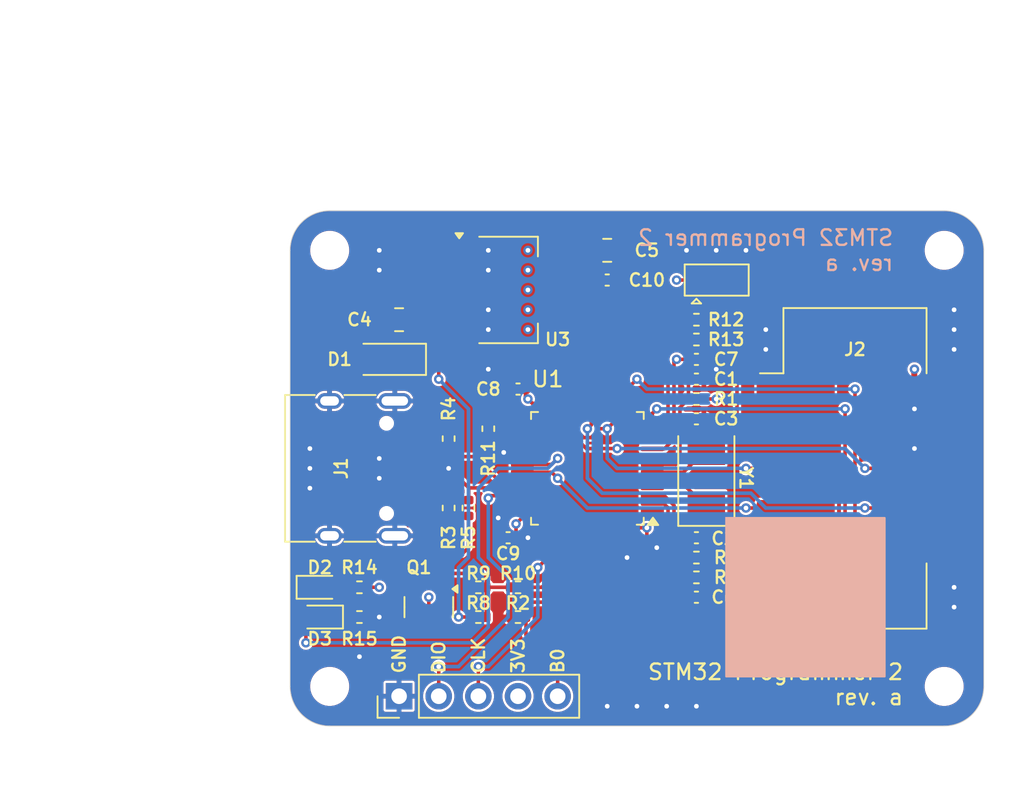
<source format=kicad_pcb>
(kicad_pcb (version 20241229) (generator "pcbnew") (generator_version "9.0")
  (title_block (title "${TITLE}") (rev "${REVISION}") (company "${COMPANY}") (comment 1 "${URL}") (comment 2 "${AUTHOR}") (comment 3 "${AUTHOR_EMAIL}"))
  (layers (0 "F.Cu" signal) (4 "In1.Cu" signal) (6 "In2.Cu" signal) (2 "B.Cu" signal) (13 "F.Paste" user) (15 "B.Paste" user) (5 "F.SilkS" user "F.Silkscreen") (7 "B.SilkS" user "B.Silkscreen") (1 "F.Mask" user) (3 "B.Mask" user) (25 "Edge.Cuts" user))
  (property "AUTHOR" "Lars Boegild Thomsen")
  (property "AUTHOR_EMAIL" "lth@stm32world.com")
  (property "COMPANY" "STM32World")
  (property "REVISION" "a")
  (property "TITLE" "STM32 Programmer 2")
  (property "URL" "https://stm32world.com/wiki/DIY_STM32_Programmer_(ST-Link/V2-1)")
  (net 0 "")
  (net 1 "GND")
  (net 2 "+5V")
  (net 3 "+3V3")
  (net 4 "VBUS")
  (net 5 "D-")
  (net 6 "D+")
  (net 7 "LED")
  (net 8 "T_DIO")
  (net 9 "T_CLK")
  (net 10 "CLK")
  (net 11 "T_RX")
  (net 12 "T_TX")
  (net 13 "T_RST")
  (net 14 "T_SWO")
  (net 15 "T_PWR")
  (net 16 "DIO")
  (net 17 "B0")
  (net 18 "RENUM")
  (net 19 "Net-(U1-NRST)")
  (net 20 "Net-(U1-PD0)")
  (net 21 "Net-(U1-PD1)")
  (net 22 "Net-(D2-A)")
  (net 23 "Net-(D3-K)")
  (net 24 "Net-(JP1-C)")
  (net 25 "Net-(Q1-E)")
  (net 26 "Net-(Q1-B)")
  (net 27 "Net-(J1-CC1)")
  (net 28 "Net-(J1-CC2)")
  (net 31 "Net-(U1-PC13)")
  (net 32 "Net-(U1-PC14)")
  (net 33 "Net-(U1-PB12)")
  (net 34 "Net-(U1-PA0)")
  (footprint "Capacitor_SMD:C_0805_2012Metric" (layer "F.Cu") (at 108.585 79.375 180)
    (property "Reference" "C4")
    (property "Value" "10uF")
  )
  (footprint "Capacitor_SMD:C_0805_2012Metric" (layer "F.Cu") (at 121.92 74.93)
    (property "Reference" "C5")
    (property "Value" "10uF" (hide yes))
  )
  (footprint "Resistor_SMD:R_0402_1005Metric" (layer "F.Cu") (at 113.03 91.44 -90)
    (property "Reference" "R5")
    (property "Value" "1K5")
  )
  (footprint "Capacitor_SMD:C_0402_1005Metric" (layer "F.Cu") (at 127.635 97.155)
    (property "Reference" "C6")
    (property "Value" "100nF")
  )
  (footprint "Capacitor_SMD:C_0402_1005Metric" (layer "F.Cu") (at 127.635 81.915)
    (property "Reference" "C7")
    (property "Value" "100nF")
  )
  (footprint "Capacitor_SMD:C_0402_1005Metric" (layer "F.Cu") (at 116.205 83.82 180)
    (property "Reference" "C8")
    (property "Value" "100nF")
  )
  (footprint "Capacitor_SMD:C_0402_1005Metric" (layer "F.Cu") (at 115.57 93.345 180)
    (property "Reference" "C9")
    (property "Value" "100nF")
  )
  (footprint "st-link:IDC-Header_2x05_P2.54mm_Vertical_SMD" (layer "F.Cu") (at 137.795 88.9 -90)
    (property "Reference" "J2")
    (property "Value" "IDC 2x5")
  )
  (footprint "Capacitor_SMD:C_0402_1005Metric" (layer "F.Cu") (at 127.635 93.345)
    (property "Reference" "C2")
    (property "Value" "20pF")
  )
  (footprint "Capacitor_SMD:C_0402_1005Metric" (layer "F.Cu") (at 127.635 85.725)
    (property "Reference" "C3")
    (property "Value" "20pF")
  )
  (footprint "LED_SMD:LED_0603_1608Metric" (layer "F.Cu") (at 103.505 96.52)
    (property "Reference" "D2")
    (property "Value" "BLUE")
  )
  (footprint "LED_SMD:LED_0603_1608Metric" (layer "F.Cu") (at 103.505 98.425 180)
    (property "Reference" "D3")
    (property "Value" "RED")
  )
  (footprint "Resistor_SMD:R_0402_1005Metric" (layer "F.Cu") (at 106.045 96.52)
    (property "Reference" "R14")
    (property "Value" "220R")
  )
  (footprint "Diode_SMD:D_SOD-123" (layer "F.Cu") (at 107.95 81.915 180)
    (property "Reference" "D1")
    (property "Value" "B5819W")
  )
  (footprint "st-link:LQFP-48_7x7mm_P0.5mm" (layer "F.Cu") (at 120.65 88.9 90)
    (property "Reference" "U1")
    (property "Value" "STM32F103CB")
  )
  (footprint "Capacitor_SMD:C_0402_1005Metric" (layer "F.Cu") (at 127.635 83.185)
    (property "Reference" "C1")
    (property "Value" "100nF")
  )
  (footprint "Resistor_SMD:R_0402_1005Metric" (layer "F.Cu") (at 127.635 84.455)
    (property "Reference" "R1")
    (property "Value" "100k")
  )
  (footprint "Resistor_SMD:R_0402_1005Metric" (layer "F.Cu") (at 116.205 98.425)
    (property "Reference" "R2")
    (property "Value" "100k")
  )
  (footprint "Resistor_SMD:R_0402_1005Metric" (layer "F.Cu") (at 114.3 86.36 -90)
    (property "Reference" "R11")
    (property "Value" "100R")
  )
  (footprint "st-link:SOT-23" (layer "F.Cu") (at 110.49 97.79 90)
    (property "Reference" "Q1")
    (property "Value" "S9013")
  )
  (footprint "Resistor_SMD:R_0402_1005Metric" (layer "F.Cu") (at 113.665 98.425 180)
    (property "Reference" "R8")
    (property "Value" "10k")
  )
  (footprint "Resistor_SMD:R_0402_1005Metric" (layer "F.Cu") (at 113.665 96.52)
    (property "Reference" "R9")
    (property "Value" "39k")
  )
  (footprint "Resistor_SMD:R_0402_1005Metric" (layer "F.Cu") (at 127.635 95.885 180)
    (property "Reference" "R6")
    (property "Value" "10k")
  )
  (footprint "Resistor_SMD:R_0402_1005Metric" (layer "F.Cu") (at 127.635 94.615 180)
    (property "Reference" "R7")
    (property "Value" "DNP")
  )
  (footprint "Resistor_SMD:R_0402_1005Metric" (layer "F.Cu") (at 127.635 79.375)
    (property "Reference" "R12")
    (property "Value" "4k7")
  )
  (footprint "Resistor_SMD:R_0402_1005Metric" (layer "F.Cu") (at 116.205 96.52 180)
    (property "Reference" "R10")
    (property "Value" "100R")
  )
  (footprint "st-link:Crystal_SMD_5032-2Pin_5.0x3.2mm" (layer "F.Cu") (at 128.27 89.535 90)
    (property "Reference" "Y1")
    (property "Value" "8MHz")
  )
  (footprint "Resistor_SMD:R_0402_1005Metric" (layer "F.Cu") (at 106.045 98.425 180)
    (property "Reference" "R15")
    (property "Value" "220R")
  )
  (footprint "Jumper:SolderJumper-3_P1.3mm_Bridged12_Pad1.0x1.5mm" (layer "F.Cu") (at 128.935 76.835)
    (property "Reference" "JP1" (hide yes))
    (property "Value" "SolderJumper3")
  )
  (footprint "Resistor_SMD:R_0402_1005Metric" (layer "F.Cu") (at 127.635 80.645 180)
    (property "Reference" "R13")
    (property "Value" "4k7")
  )
  (footprint "Connector_PinHeader_2.54mm:PinHeader_1x05_P2.54mm_Vertical" (layer "F.Cu") (at 108.585 103.5 90)
    (property "Reference" "J3" (hide yes))
    (property "Value" "Conn_01x05")
  )
  (footprint "Resistor_SMD:R_0402_1005Metric" (layer "F.Cu") (at 111.76 91.44 90)
    (property "Reference" "R3")
    (property "Value" "5k1")
  )
  (footprint "st-link:BOARD" (layer "F.Cu") (at 123.825 88.9)
    (property "Reference" "B1" (hide yes))
    (property "Value" "~" (hide yes))
    (fp_line (start -22.225 -13.97) (end -22.225 13.97) (stroke (width 0.05)) (layer "Edge.Cuts"))
    (fp_line (start 19.685 -16.51) (end -19.685 -16.51) (stroke (width 0.05)) (layer "Edge.Cuts"))
    (fp_line (start 19.685 16.51) (end -19.685 16.51) (stroke (width 0.05)) (layer "Edge.Cuts"))
    (fp_line (start 22.225 -13.97) (end 22.225 13.97) (stroke (width 0.05)) (layer "Edge.Cuts"))
    (fp_arc (start -22.225 -13.97) (mid -21.481051 -15.766051) (end -19.685 -16.51) (stroke (width 0.05)) (layer "Edge.Cuts"))
    (fp_arc (start -19.685 16.51) (mid -21.481051 15.766051) (end -22.225 13.97) (stroke (width 0.05)) (layer "Edge.Cuts"))
    (fp_arc (start 19.685 -16.51) (mid 21.481051 -15.766051) (end 22.225 -13.97) (stroke (width 0.05)) (layer "Edge.Cuts"))
    (fp_arc (start 22.225 13.97) (mid 21.481051 15.766051) (end 19.685 16.51) (stroke (width 0.05)) (layer "Edge.Cuts"))
  )
  (footprint "st-link:USB_C_Receptacle_HRO_TYPE-C-31-M-12" (layer "F.Cu") (at 106.68 88.9 -90)
    (property "Reference" "J1")
    (property "Value" "USB_C_Receptacle_USB2.0-Connector")
  )
  (footprint "Capacitor_SMD:C_0402_1005Metric" (layer "F.Cu") (at 121.92 76.835)
    (property "Reference" "C10")
    (property "Value" "100nF")
  )
  (footprint "Resistor_SMD:R_0402_1005Metric" (layer "F.Cu") (at 111.76 86.995 -90)
    (property "Reference" "R4")
    (property "Value" "5k1")
  )
  (footprint "st-link:SOT-223-3_TabPin2" (layer "F.Cu") (at 115.57 77.47 180)
    (property "Reference" "U3")
    (property "Value" "AMS1117-3.3")
  )
  (gr_rect (start 129.54 92.075) (end 139.7 102.235) (stroke (width 0.12)) (fill yes) (layer "B.SilkS"))
  (gr_text "CLK" (at 113.665 102.108 90) (layer "F.SilkS") (effects (font (size 0.8 0.8)) (justify left)))
  (gr_text "DIO" (at 111.125 102.108 90) (layer "F.SilkS") (effects (font (size 0.8 0.8)) (justify left)))
  (gr_text "${TITLE}\nrev. ${REVISION}" (at 140.97 104.14 0) (layer "F.SilkS") (effects (font (size 1 1)) (justify right bottom)))
  (gr_text "B0" (at 118.745 102.108 90) (layer "F.SilkS") (effects (font (size 0.8 0.8)) (justify left)))
  (gr_text "GND" (at 108.585 102.12 90) (layer "F.SilkS") (effects (font (size 0.8 0.8)) (justify left)))
  (gr_text "3V3" (at 116.205 102.108 90) (layer "F.SilkS") (effects (font (size 0.8 0.8)) (justify left)))
  (gr_text "${TITLE}\nrev. ${REVISION}" (at 140.335 74.93 0) (layer "B.SilkS") (effects (font (size 1 1)) (justify left mirror)))
  (segment (start 106.555 98.425) (end 107.315 98.425) (width 0.2286) (layer "F.Cu") (net 1))
  (via (at 107.315 76.2) (size 0.6) (drill 0.3) (layers "F.Cu" "B.Cu") (net 1))
  (via (at 144.145 80.01) (size 0.6) (drill 0.3) (layers "F.Cu" "B.Cu") (net 1))
  (via (at 107.315 98.425) (size 0.6) (drill 0.3) (layers "F.Cu" "B.Cu") (net 1))
  (via (at 114.3 80.01) (size 0.6) (drill 0.3) (layers "F.Cu" "B.Cu") (net 1))
  (via (at 102.87 88.9) (size 0.6) (drill 0.3) (layers "F.Cu" "B.Cu") (net 1))
  (via (at 128.905 74.93) (size 0.6) (drill 0.3) (layers "F.Cu" "B.Cu") (net 1))
  (via (at 144.145 97.79) (size 0.6) (drill 0.3) (layers "F.Cu" "B.Cu") (net 1))
  (via (at 128.905 82.55) (size 0.6) (drill 0.3) (layers "F.Cu" "B.Cu") (net 1))
  (via (at 125.095 93.98) (size 0.6) (drill 0.3) (layers "F.Cu" "B.Cu") (net 1))
  (via (at 123.825 104.14) (size 0.6) (drill 0.3) (layers "F.Cu" "B.Cu") (net 1))
  (via (at 107.315 74.93) (size 0.6) (drill 0.3) (layers "F.Cu" "B.Cu") (net 1))
  (via (at 114.935 92.075) (size 0.6) (drill 0.3) (layers "F.Cu" "B.Cu") (net 1))
  (via (at 116.84 93.345) (size 0.6) (drill 0.3) (layers "F.Cu" "B.Cu") (net 1))
  (via (at 127 74.93) (size 0.6) (drill 0.3) (layers "F.Cu" "B.Cu") (net 1))
  (via (at 121.92 104.14) (size 0.6) (drill 0.3) (layers "F.Cu" "B.Cu") (net 1))
  (via (at 114.3 76.2) (size 0.6) (drill 0.3) (layers "F.Cu" "B.Cu") (net 1))
  (via (at 141.605 85.09) (size 0.6) (drill 0.3) (layers "F.Cu" "B.Cu") (net 1))
  (via (at 144.145 81.28) (size 0.6) (drill 0.3) (layers "F.Cu" "B.Cu") (net 1))
  (via (at 106.045 100.965) (size 0.6) (drill 0.3) (layers "F.Cu" "B.Cu") (net 1))
  (via (at 130.81 74.93) (size 0.6) (drill 0.3) (layers "F.Cu" "B.Cu") (net 1))
  (via (at 107.315 89.535) (size 0.6) (drill 0.3) (layers "F.Cu" "B.Cu") (net 1))
  (via (at 125.73 104.14) (size 0.6) (drill 0.3) (layers "F.Cu" "B.Cu") (net 1))
  (via (at 102.87 90.17) (size 0.6) (drill 0.3) (layers "F.Cu" "B.Cu") (net 1))
  (via (at 123.19 94.615) (size 0.6) (drill 0.3) (layers "F.Cu" "B.Cu") (net 1))
  (via (at 132.08 81.28) (size 0.6) (drill 0.3) (layers "F.Cu" "B.Cu") (net 1))
  (via (at 127.635 104.14) (size 0.6) (drill 0.3) (layers "F.Cu" "B.Cu") (net 1))
  (via (at 115.29 87.88) (size 0.6) (drill 0.3) (layers "F.Cu" "B.Cu") (net 1))
  (via (at 111.76 88.9) (size 0.6) (drill 0.3) (layers "F.Cu" "B.Cu") (net 1))
  (via (at 144.145 96.52) (size 0.6) (drill 0.3) (layers "F.Cu" "B.Cu") (net 1))
  (via (at 114.3 78.74) (size 0.6) (drill 0.3) (layers "F.Cu" "B.Cu") (net 1))
  (via (at 132.08 80.01) (size 0.6) (drill 0.3) (layers "F.Cu" "B.Cu") (net 1))
  (via (at 102.87 87.63) (size 0.6) (drill 0.3) (layers "F.Cu" "B.Cu") (net 1))
  (via (at 107.315 88.265) (size 0.6) (drill 0.3) (layers "F.Cu" "B.Cu") (net 1))
  (via (at 141.605 87.63) (size 0.6) (drill 0.3) (layers "F.Cu" "B.Cu") (net 1))
  (via (at 144.145 78.74) (size 0.6) (drill 0.3) (layers "F.Cu" "B.Cu") (net 1))
  (via (at 114.3 74.93) (size 0.6) (drill 0.3) (layers "F.Cu" "B.Cu") (net 1))
  (via (at 114.3 82.55) (size 0.6) (drill 0.3) (layers "F.Cu" "B.Cu") (net 1))
  (segment (start 113.155 98.425) (end 112.395 98.425) (width 0.2286) (layer "F.Cu") (net 2))
  (segment (start 111.125 81.915) (end 111.76 81.915) (width 0.381) (layer "F.Cu") (net 2))
  (segment (start 112.42 81.255) (end 112.42 79.77) (width 0.381) (layer "F.Cu") (net 2))
  (segment (start 133.995 83.82) (end 133.995 75.575) (width 0.381) (layer "F.Cu") (net 2))
  (segment (start 109.535 73.98) (end 109.535 79.375) (width 0.381) (layer "F.Cu") (net 2))
  (segment (start 111.125 79.375) (end 109.535 79.375) (width 0.381) (layer "F.Cu") (net 2))
  (segment (start 110.49 73.025) (end 109.535 73.98) (width 0.381) (layer "F.Cu") (net 2))
  (segment (start 131.445 73.025) (end 110.49 73.025) (width 0.381) (layer "F.Cu") (net 2))
  (segment (start 112.42 79.77) (end 111.52 79.77) (width 0.381) (layer "F.Cu") (net 2))
  (segment (start 109.6 81.915) (end 111.125 81.915) (width 0.381) (layer "F.Cu") (net 2))
  (segment (start 133.995 75.575) (end 131.445 73.025) (width 0.381) (layer "F.Cu") (net 2))
  (segment (start 111.52 79.77) (end 111.125 79.375) (width 0.381) (layer "F.Cu") (net 2))
  (segment (start 111.76 81.915) (end 112.42 81.255) (width 0.381) (layer "F.Cu") (net 2))
  (segment (start 111.125 83.185) (end 111.125 81.915) (width 0.2286) (layer "F.Cu") (net 2))
  (via (at 111.125 83.185) (size 0.6) (drill 0.3) (layers "F.Cu" "B.Cu") (net 2))
  (via (at 112.395 98.425) (size 0.6) (drill 0.3) (layers "F.Cu" "B.Cu") (net 2))
  (segment (start 113.03 94.615) (end 112.395 95.25) (width 0.2286) (layer "B.Cu") (net 2))
  (segment (start 112.395 95.25) (end 112.395 98.425) (width 0.2286) (layer "B.Cu") (net 2))
  (segment (start 113.03 94.615) (end 113.03 85.09) (width 0.2286) (layer "B.Cu") (net 2))
  (segment (start 113.03 85.09) (end 111.125 83.185) (width 0.2286) (layer "B.Cu") (net 2))
  (segment (start 124.46 94.46) (end 124.46 92.71) (width 0.2286) (layer "F.Cu") (net 3))
  (segment (start 116.4875 92.0465) (end 116.078 92.456) (width 0.2286) (layer "F.Cu") (net 3))
  (segment (start 124.8125 91.65) (end 124.8125 92.3575) (width 0.2286) (layer "F.Cu") (net 3))
  (segment (start 124.8125 92.3575) (end 124.46 92.71) (width 0.2286) (layer "F.Cu") (net 3))
  (segment (start 123.7525 92.71) (end 123.4 93.0625) (width 0.2286) (layer "F.Cu") (net 3))
  (segment (start 128.145 84.455) (end 128.905 84.455) (width 0.2286) (layer "F.Cu") (net 3))
  (segment (start 116.078 92.456) (end 116.078 93.317) (width 0.2286) (layer "F.Cu") (net 3))
  (segment (start 127.635 76.835) (end 126.365 76.835) (width 0.2286) (layer "F.Cu") (net 3))
  (segment (start 127.155 81.915) (end 126.365 81.915) (width 0.2286) (layer "F.Cu") (net 3))
  (segment (start 126.1987 82.0813) (end 126.365 81.915) (width 0.2286) (layer "F.Cu") (net 3))
  (segment (start 126.1987 87.026845) (end 126.1987 82.0813) (width 0.2286) (layer "F.Cu") (net 3))
  (segment (start 110.49 98.7275) (end 110.49 97.155) (width 0.2286) (layer "F.Cu") (net 3))
  (segment (start 127.155 97.155) (end 124.46 94.46) (width 0.2286) (layer "F.Cu") (net 3))
  (segment (start 124.8125 87.65) (end 125.575545 87.65) (width 0.2286) (layer "F.Cu") (net 3))
  (segment (start 117.9 84.7375) (end 117.1225 84.7375) (width 0.2286) (layer "F.Cu") (net 3))
  (segment (start 141.595 83.82) (end 141.595 82.56) (width 0.381) (layer "F.Cu") (net 3))
  (segment (start 116.078 93.317) (end 116.05 93.345) (width 0.2286) (layer "F.Cu") (net 3))
  (segment (start 125.575545 87.65) (end 126.1987 87.026845) (width 0.2286) (layer "F.Cu") (net 3))
  (segment (start 116.685 83.82) (end 116.685 84.3) (width 0.2286) (layer "F.Cu") (net 3))
  (segment (start 112.42 77.47) (end 116.84 77.47) (width 0.381) (layer "F.Cu") (net 3))
  (segment (start 124.46 92.71) (end 123.7525 92.71) (width 0.2286) (layer "F.Cu") (net 3))
  (segment (start 106.555 96.52) (end 107.315 96.52) (width 0.2286) (layer "F.Cu") (net 3))
  (segment (start 117.1225 84.7375) (end 116.84 84.455) (width 0.2286) (layer "F.Cu") (net 3))
  (segment (start 141.595 82.56) (end 141.605 82.55) (width 0.381) (layer "F.Cu") (net 3))
  (segment (start 116.685 84.3) (end 116.84 84.455) (width 0.2286) (layer "F.Cu") (net 3))
  (segment (start 116.4875 91.65) (end 116.4875 92.0465) (width 0.2286) (layer "F.Cu") (net 3))
  (via (at 126.365 81.915) (size 0.6) (drill 0.3) (layers "F.Cu" "B.Cu") (net 3))
  (via (at 128.905 84.455) (size 0.6) (drill 0.3) (layers "F.Cu" "B.Cu") (net 3))
  (via (at 116.84 77.47) (size 0.6) (drill 0.3) (layers "F.Cu" "B.Cu") (net 3))
  (via (at 124.46 92.71) (size 0.6) (drill 0.3) (layers "F.Cu" "B.Cu") (net 3))
  (via (at 116.84 84.455) (size 0.6) (drill 0.3) (layers "F.Cu" "B.Cu") (net 3))
  (via (at 116.84 78.74) (size 0.6) (drill 0.3) (layers "F.Cu" "B.Cu") (net 3))
  (via (at 116.078 92.456) (size 0.6) (drill 0.3) (layers "F.Cu" "B.Cu") (net 3))
  (via (at 116.84 74.93) (size 0.6) (drill 0.3) (layers "F.Cu" "B.Cu") (net 3))
  (via (at 107.315 96.52) (size 0.6) (drill 0.3) (layers "F.Cu" "B.Cu") (net 3))
  (via (at 126.365 76.835) (size 0.6) (drill 0.3) (layers "F.Cu" "B.Cu") (net 3))
  (via (at 141.605 82.55) (size 0.6) (drill 0.3) (layers "F.Cu" "B.Cu") (net 3))
  (via (at 116.84 76.2) (size 0.6) (drill 0.3) (layers "F.Cu" "B.Cu") (net 3))
  (via (at 110.49 97.155) (size 0.6) (drill 0.3) (layers "F.Cu" "B.Cu") (net 3))
  (via (at 116.84 80.01) (size 0.6) (drill 0.3) (layers "F.Cu" "B.Cu") (net 3))
  (segment (start 106.045 84.455) (end 106.3 84.2) (width 0.381) (layer "F.Cu") (net 4))
  (segment (start 109.225 91.35) (end 108.285967 91.35) (width 0.381) (layer "F.Cu") (net 4))
  (segment (start 108.285967 91.35) (end 107.740967 90.805) (width 0.381) (layer "F.Cu") (net 4))
  (segment (start 106.68 90.805) (end 106.045 90.17) (width 0.381) (layer "F.Cu") (net 4))
  (segment (start 109.455 86.45) (end 108.5922 86.45) (width 0.381) (layer "F.Cu") (net 4))
  (segment (start 106.045 86.995) (end 106.045 84.455) (width 0.381) (layer "F.Cu") (net 4))
  (segment (start 109.225 86.45) (end 108.285967 86.45) (width 0.381) (layer "F.Cu") (net 4))
  (segment (start 106.3 84.2) (end 106.3 81.915) (width 0.381) (layer "F.Cu") (net 4))
  (segment (start 106.045 90.17) (end 106.045 86.995) (width 0.381) (layer "F.Cu") (net 4))
  (segment (start 108.285967 86.45) (end 107.740967 86.995) (width 0.381) (layer "F.Cu") (net 4))
  (segment (start 107.740967 90.805) (end 106.68 90.805) (width 0.381) (layer "F.Cu") (net 4))
  (segment (start 107.740967 86.995) (end 106.045 86.995) (width 0.381) (layer "F.Cu") (net 4))
  (segment (start 114.935 89.65) (end 116.4875 89.65) (width 0.2286) (layer "F.Cu") (net 5))
  (segment (start 110.4477 89.0677) (end 110.4477 88.1891) (width 0.2286) (layer "F.Cu") (net 5))
  (segment (start 110.4086 88.15) (end 109.455 88.15) (width 0.2286) (layer "F.Cu") (net 5))
  (segment (start 110.3654 89.15) (end 110.4477 89.0677) (width 0.2286) (layer "F.Cu") (net 5))
  (segment (start 109.455 88.15) (end 113.435 88.15) (width 0.2286) (layer "F.Cu") (net 5))
  (segment (start 113.435 88.15) (end 114.935 89.65) (width 0.2286) (layer "F.Cu") (net 5))
  (segment (start 109.455 89.15) (end 110.3654 89.15) (width 0.2286) (layer "F.Cu") (net 5))
  (segment (start 110.4477 88.1891) (end 110.4086 88.15) (width 0.2286) (layer "F.Cu") (net 5))
  (segment (start 108.3146 89.65) (end 109.225 89.65) (width 0.2286) (layer "F.Cu") (net 6))
  (segment (start 108.5014 88.65) (end 109.455 88.65) (width 0.2286) (layer "F.Cu") (net 6))
  (segment (start 108.5014 89.65) (end 108.4623 89.6109) (width 0.2286) (layer "F.Cu") (net 6))
  (segment (start 108.2323 89.5677) (end 108.3146 89.65) (width 0.2286) (layer "F.Cu") (net 6))
  (segment (start 108.2323 88.6891) (end 108.2323 89.5677) (width 0.2286) (layer "F.Cu") (net 6))
  (segment (start 109.455 89.65) (end 108.5014 89.65) (width 0.2286) (layer "F.Cu") (net 6))
  (segment (start 113.05 90.15) (end 113.05 90.91) (width 0.2286) (layer "F.Cu") (net 6))
  (segment (start 109.225 88.65) (end 108.2714 88.65) (width 0.2286) (layer "F.Cu") (net 6))
  (segment (start 113.05 90.15) (end 112.55 89.65) (width 0.2286) (layer "F.Cu") (net 6))
  (segment (start 108.2714 88.65) (end 108.2323 88.6891) (width 0.2286) (layer "F.Cu") (net 6))
  (segment (start 112.55 89.65) (end 109.455 89.65) (width 0.2286) (layer "F.Cu") (net 6))
  (segment (start 108.4623 88.6891) (end 108.5014 88.65) (width 0.2286) (layer "F.Cu") (net 6))
  (segment (start 116.4875 90.15) (end 113.05 90.15) (width 0.2286) (layer "F.Cu") (net 6))
  (segment (start 109.455 89.65) (end 108.7 89.65) (width 0.2286) (layer "F.Cu") (net 6))
  (segment (start 102.7175 98.425) (end 102.7175 96.52) (width 0.2286) (layer "F.Cu") (net 7))
  (segment (start 118.745 88.265) (end 118.36 88.65) (width 0.2286) (layer "F.Cu") (net 7))
  (segment (start 118.36 88.65) (end 116.4875 88.65) (width 0.2286) (layer "F.Cu") (net 7))
  (segment (start 102.616 100.076) (end 102.616 98.5265) (width 0.2286) (layer "F.Cu") (net 7))
  (segment (start 102.616 98.5265) (end 102.7175 98.425) (width 0.2286) (layer "F.Cu") (net 7))
  (via (at 102.616 100.076) (size 0.6) (drill 0.3) (layers "F.Cu" "B.Cu") (net 7))
  (via (at 118.745 88.265) (size 0.6) (drill 0.3) (layers "F.Cu" "B.Cu") (net 7))
  (segment (start 113.665 94.615) (end 114.3 95.25) (width 0.2286) (layer "B.Cu") (net 7))
  (segment (start 113.665 90.17) (end 113.665 94.615) (width 0.2286) (layer "B.Cu") (net 7))
  (segment (start 118.745 88.265) (end 118.11 88.9) (width 0.2286) (layer "B.Cu") (net 7))
  (segment (start 113.284 100.076) (end 102.616 100.076) (width 0.2286) (layer "B.Cu") (net 7))
  (segment (start 114.3 99.06) (end 113.284 100.076) (width 0.2286) (layer "B.Cu") (net 7))
  (segment (start 114.3 95.25) (end 114.3 99.06) (width 0.2286) (layer "B.Cu") (net 7))
  (segment (start 114.935 88.9) (end 113.665 90.17) (width 0.2286) (layer "B.Cu") (net 7))
  (segment (start 118.11 88.9) (end 114.935 88.9) (width 0.2286) (layer "B.Cu") (net 7))
  (segment (start 120.578335 87.63) (end 122.555 87.63) (width 0.2286) (layer "F.Cu") (net 8))
  (segment (start 138.43 88.9) (end 141.595 88.9) (width 0.2286) (layer "F.Cu") (net 8))
  (segment (start 115.19 87.15) (end 114.91 86.87) (width 0.2286) (layer "F.Cu") (net 8))
  (segment (start 116.4875 87.15) (end 120.098335 87.15) (width 0.2286) (layer "F.Cu") (net 8))
  (segment (start 120.098335 87.15) (end 120.578335 87.63) (width 0.2286) (layer "F.Cu") (net 8))
  (segment (start 114.91 86.87) (end 114.3 86.87) (width 0.2286) (layer "F.Cu") (net 8))
  (segment (start 116.4875 87.15) (end 115.19 87.15) (width 0.2286) (layer "F.Cu") (net 8))
  (via (at 138.43 88.9) (size 0.6) (drill 0.3) (layers "F.Cu" "B.Cu") (net 8))
  (via (at 122.555 87.63) (size 0.6) (drill 0.3) (layers "F.Cu" "B.Cu") (net 8))
  (segment (start 137.16 87.63) (end 138.43 88.9) (width 0.2286) (layer "B.Cu") (net 8))
  (segment (start 122.555 87.63) (end 137.16 87.63) (width 0.2286) (layer "B.Cu") (net 8))
  (segment (start 120.13715 86.65) (end 116.4875 86.65) (width 0.2286) (layer "F.Cu") (net 9))
  (segment (start 122.4 85.88) (end 122.4 84.7375) (width 0.2286) (layer "F.Cu") (net 9))
  (segment (start 120.88515 86.9277) (end 120.41485 86.9277) (width 0.2286) (layer "F.Cu") (net 9))
  (segment (start 120.41485 86.9277) (end 120.13715 86.65) (width 0.2286) (layer "F.Cu") (net 9))
  (segment (start 121.45285 86.36) (end 120.88515 86.9277) (width 0.2286) (layer "F.Cu") (net 9))
  (segment (start 121.92 86.36) (end 122.4 85.88) (width 0.2286) (layer "F.Cu") (net 9))
  (segment (start 133.995 88.9) (end 130.81 88.9) (width 0.2286) (layer "F.Cu") (net 9))
  (segment (start 121.92 86.36) (end 121.45285 86.36) (width 0.2286) (layer "F.Cu") (net 9))
  (via (at 121.92 86.36) (size 0.6) (drill 0.3) (layers "F.Cu" "B.Cu") (net 9))
  (via (at 130.81 88.9) (size 0.6) (drill 0.3) (layers "F.Cu" "B.Cu") (net 9))
  (segment (start 130.81 88.9) (end 122.555 88.9) (width 0.2286) (layer "B.Cu") (net 9))
  (segment (start 122.555 88.9) (end 121.92 88.265) (width 0.2286) (layer "B.Cu") (net 9))
  (segment (start 121.92 88.265) (end 121.92 86.36) (width 0.2286) (layer "B.Cu") (net 9))
  (segment (start 117.9 94.825) (end 117.475 95.25) (width 0.2286) (layer "F.Cu") (net 10))
  (segment (start 113.665 103.505) (end 113.665 101.6) (width 0.2286) (layer "F.Cu") (net 10))
  (segment (start 117.9 93.0625) (end 117.9 94.825) (width 0.2286) (layer "F.Cu") (net 10))
  (via (at 113.665 101.6) (size 0.6) (drill 0.3) (layers "F.Cu" "B.Cu") (net 10))
  (via (at 117.475 95.25) (size 0.6) (drill 0.3) (layers "F.Cu" "B.Cu") (net 10))
  (segment (start 114.3 101.6) (end 117.475 98.425) (width 0.2286) (layer "B.Cu") (net 10))
  (segment (start 117.475 95.25) (end 117.475 98.425) (width 0.2286) (layer "B.Cu") (net 10))
  (segment (start 113.665 101.6) (end 114.3 101.6) (width 0.2286) (layer "B.Cu") (net 10))
  (segment (start 123.4 84.7375) (end 123.4 83.61) (width 0.2286) (layer "F.Cu") (net 11))
  (segment (start 123.4 83.61) (end 123.825 83.185) (width 0.2286) (layer "F.Cu") (net 11))
  (segment (start 137.795 92.68) (end 137.795 83.82) (width 0.2286) (layer "F.Cu") (net 11))
  (segment (start 141.595 93.98) (end 139.095 93.98) (width 0.2286) (layer "F.Cu") (net 11))
  (segment (start 139.095 93.98) (end 137.795 92.68) (width 0.2286) (layer "F.Cu") (net 11))
  (via (at 137.795 83.82) (size 0.6) (drill 0.3) (layers "F.Cu" "B.Cu") (net 11))
  (via (at 123.825 83.185) (size 0.6) (drill 0.3) (layers "F.Cu" "B.Cu") (net 11))
  (segment (start 124.46 83.82) (end 123.825 83.185) (width 0.2286) (layer "B.Cu") (net 11))
  (segment (start 137.795 83.82) (end 124.46 83.82) (width 0.2286) (layer "B.Cu") (net 11))
  (segment (start 136.495 93.98) (end 137.16 93.315) (width 0.2286) (layer "F.Cu") (net 12))
  (segment (start 124.8125 86.15) (end 124.8125 85.3725) (width 0.2286) (layer "F.Cu") (net 12))
  (segment (start 124.8125 85.3725) (end 125.095 85.09) (width 0.2286) (layer "F.Cu") (net 12))
  (segment (start 137.16 93.315) (end 137.16 85.09) (width 0.2286) (layer "F.Cu") (net 12))
  (segment (start 133.995 93.98) (end 136.495 93.98) (width 0.2286) (layer "F.Cu") (net 12))
  (via (at 137.16 85.09) (size 0.6) (drill 0.3) (layers "F.Cu" "B.Cu") (net 12))
  (via (at 125.095 85.09) (size 0.6) (drill 0.3) (layers "F.Cu" "B.Cu") (net 12))
  (segment (start 137.16 85.09) (end 125.095 85.09) (width 0.2286) (layer "B.Cu") (net 12))
  (segment (start 120.9 86.11) (end 120.65 86.36) (width 0.2286) (layer "F.Cu") (net 13))
  (segment (start 120.9 84.7375) (end 120.9 86.11) (width 0.2286) (layer "F.Cu") (net 13))
  (segment (start 138.43 91.44) (end 141.595 91.44) (width 0.2286) (layer "F.Cu") (net 13))
  (via (at 138.43 91.44) (size 0.6) (drill 0.3) (layers "F.Cu" "B.Cu") (net 13))
  (via (at 120.65 86.36) (size 0.6) (drill 0.3) (layers "F.Cu" "B.Cu") (net 13))
  (segment (start 131.126793 90.488207) (end 132.078586 91.44) (width 0.2286) (layer "B.Cu") (net 13))
  (segment (start 120.65 89.535) (end 121.603207 90.488207) (width 0.2286) (layer "B.Cu") (net 13))
  (segment (start 120.65 86.36) (end 120.65 89.535) (width 0.2286) (layer "B.Cu") (net 13))
  (segment (start 121.603207 90.488207) (end 131.126793 90.488207) (width 0.2286) (layer "B.Cu") (net 13))
  (segment (start 132.078586 91.44) (end 138.43 91.44) (width 0.2286) (layer "B.Cu") (net 13))
  (segment (start 118.36 89.15) (end 118.745 89.535) (width 0.2286) (layer "F.Cu") (net 14))
  (segment (start 116.4875 89.15) (end 118.36 89.15) (width 0.2286) (layer "F.Cu") (net 14))
  (segment (start 130.81 91.44) (end 133.995 91.44) (width 0.2286) (layer "F.Cu") (net 14))
  (via (at 118.745 89.535) (size 0.6) (drill 0.3) (layers "F.Cu" "B.Cu") (net 14))
  (via (at 130.81 91.44) (size 0.6) (drill 0.3) (layers "F.Cu" "B.Cu") (net 14))
  (segment (start 120.65 91.44) (end 118.745 89.535) (width 0.2286) (layer "B.Cu") (net 14))
  (segment (start 130.81 91.44) (end 120.65 91.44) (width 0.2286) (layer "B.Cu") (net 14))
  (segment (start 130.235 85.785) (end 130.81 86.36) (width 0.2286) (layer "F.Cu") (net 15))
  (segment (start 130.81 86.36) (end 133.995 86.36) (width 0.2286) (layer "F.Cu") (net 15))
  (segment (start 130.235 76.835) (end 130.235 85.785) (width 0.2286) (layer "F.Cu") (net 15))
  (segment (start 111.125 101.6) (end 111.125 103.5) (width 0.2286) (layer "F.Cu") (net 16))
  (segment (start 114.455 90.65) (end 114.3 90.805) (width 0.2286) (layer "F.Cu") (net 16))
  (segment (start 116.4875 90.65) (end 114.455 90.65) (width 0.2286) (layer "F.Cu") (net 16))
  (via (at 111.125 101.6) (size 0.6) (drill 0.3) (layers "F.Cu" "B.Cu") (net 16))
  (via (at 114.3 90.805) (size 0.6) (drill 0.3) (layers "F.Cu" "B.Cu") (net 16))
  (segment (start 112.395 101.6) (end 115.57 98.425) (width 0.2286) (layer "B.Cu") (net 16))
  (segment (start 111.125 101.6) (end 112.395 101.6) (width 0.2286) (layer "B.Cu") (net 16))
  (segment (start 114.3 90.805) (end 114.3 94.615) (width 0.2286) (layer "B.Cu") (net 16))
  (segment (start 114.3 94.615) (end 115.57 95.885) (width 0.2286) (layer "B.Cu") (net 16))
  (segment (start 115.57 98.425) (end 115.57 95.885) (width 0.2286) (layer "B.Cu") (net 16))
  (segment (start 119.0625 97.4725) (end 121.4 95.135) (width 0.2286) (layer "F.Cu") (net 17))
  (segment (start 116.715 97.915) (end 117.1575 97.4725) (width 0.2286) (layer "F.Cu") (net 17))
  (segment (start 116.715 98.425) (end 116.715 99.57) (width 0.2286) (layer "F.Cu") (net 17))
  (segment (start 116.715 98.425) (end 116.715 97.915) (width 0.2286) (layer "F.Cu") (net 17))
  (segment (start 117.1575 97.4725) (end 119.0625 97.4725) (width 0.2286) (layer "F.Cu") (net 17))
  (segment (start 121.4 95.135) (end 121.4 93.0625) (width 0.2286) (layer "F.Cu") (net 17))
  (segment (start 116.715 99.57) (end 118.745 101.6) (width 0.2286) (layer "F.Cu") (net 17))
  (segment (start 118.745 101.6) (end 118.745 103.5) (width 0.2286) (layer "F.Cu") (net 17))
  (segment (start 118.4 95.849) (end 117.729 96.52) (width 0.2286) (layer "F.Cu") (net 18))
  (segment (start 118.4 93.0625) (end 118.4 95.849) (width 0.2286) (layer "F.Cu") (net 18))
  (segment (start 117.729 96.52) (end 116.715 96.52) (width 0.2286) (layer "F.Cu") (net 18))
  (segment (start 127.125 84.455) (end 127.125 83.215) (width 0.2286) (layer "F.Cu") (net 19))
  (segment (start 126.31 88.65) (end 126.5797 88.3803) (width 0.2286) (layer "F.Cu") (net 19))
  (segment (start 126.5797 88.3803) (end 126.5797 85.0003) (width 0.2286) (layer "F.Cu") (net 19))
  (segment (start 124.8125 88.65) (end 126.31 88.65) (width 0.2286) (layer "F.Cu") (net 19))
  (segment (start 126.5797 85.0003) (end 127.125 84.455) (width 0.2286) (layer "F.Cu") (net 19))
  (segment (start 128.27 92.075) (end 127.155 93.19) (width 0.2286) (layer "F.Cu") (net 20))
  (segment (start 126.535 89.65) (end 128.27 91.385) (width 0.2286) (layer "F.Cu") (net 20))
  (segment (start 124.8125 89.65) (end 126.535 89.65) (width 0.2286) (layer "F.Cu") (net 20))
  (segment (start 126.805 89.15) (end 128.27 87.685) (width 0.2286) (layer "F.Cu") (net 21))
  (segment (start 128.27 86.84) (end 127.155 85.725) (width 0.2286) (layer "F.Cu") (net 21))
  (segment (start 124.8125 89.15) (end 126.805 89.15) (width 0.2286) (layer "F.Cu") (net 21))
  (segment (start 105.535 96.52) (end 104.2925 96.52) (width 0.2286) (layer "F.Cu") (net 22))
  (segment (start 104.2925 98.425) (end 105.535 98.425) (width 0.2286) (layer "F.Cu") (net 23))
  (segment (start 128.935 78.585) (end 128.145 79.375) (width 0.2286) (layer "F.Cu") (net 24))
  (segment (start 128.935 76.835) (end 128.935 78.585) (width 0.2286) (layer "F.Cu") (net 24))
  (segment (start 112.649 94.361) (end 110.871 94.361) (width 0.2286) (layer "F.Cu") (net 25))
  (segment (start 113.03 93.98) (end 112.649 94.361) (width 0.2286) (layer "F.Cu") (net 25))
  (segment (start 109.54 96.8525) (end 109.54 95.692) (width 0.2286) (layer "F.Cu") (net 25))
  (segment (start 113.03 91.95) (end 113.03 93.98) (width 0.2286) (layer "F.Cu") (net 25))
  (segment (start 109.54 95.692) (end 110.871 94.361) (width 0.2286) (layer "F.Cu") (net 25))
  (segment (start 111.44 96.8525) (end 111.44 95.951) (width 0.2286) (layer "F.Cu") (net 26))
  (segment (start 114.175 95.887) (end 114.175 96.52) (width 0.2286) (layer "F.Cu") (net 26))
  (segment (start 111.44 95.951) (end 111.76 95.631) (width 0.2286) (layer "F.Cu") (net 26))
  (segment (start 113.919 95.631) (end 114.175 95.887) (width 0.2286) (layer "F.Cu") (net 26))
  (segment (start 114.175 96.52) (end 114.175 98.425) (width 0.2286) (layer "F.Cu") (net 26))
  (segment (start 111.76 95.631) (end 113.919 95.631) (width 0.2286) (layer "F.Cu") (net 26))
  (segment (start 115.695 96.52) (end 114.175 96.52) (width 0.2286) (layer "F.Cu") (net 26))
  (segment (start 110.47 87.65) (end 109.455 87.65) (width 0.2286) (layer "F.Cu") (net 27))
  (segment (start 111.76 87.505) (end 110.615 87.505) (width 0.2286) (layer "F.Cu") (net 27))
  (segment (start 110.615 87.505) (end 110.47 87.65) (width 0.2286) (layer "F.Cu") (net 27))
  (segment (start 110.335 90.65) (end 109.455 90.65) (width 0.2286) (layer "F.Cu") (net 28))
  (segment (start 111.76 90.93) (end 110.615 90.93) (width 0.2286) (layer "F.Cu") (net 28))
  (segment (start 110.615 90.93) (end 110.335 90.65) (width 0.2286) (layer "F.Cu") (net 28))
  (segment (start 125.8177 91.43097) (end 125.53673 91.15) (width 0.2286) (layer "F.Cu") (net 31))
  (segment (start 125.8177 94.5777) (end 125.8177 91.43097) (width 0.2286) (layer "F.Cu") (net 31))
  (segment (start 125.53673 91.15) (end 124.8125 91.15) (width 0.2286) (layer "F.Cu") (net 31))
  (segment (start 127.125 95.885) (end 125.8177 94.5777) (width 0.2286) (layer "F.Cu") (net 31))
  (segment (start 126.1987 93.6887) (end 126.1987 91.273154) (width 0.2286) (layer "F.Cu") (net 32))
  (segment (start 125.575546 90.65) (end 124.8125 90.65) (width 0.2286) (layer "F.Cu") (net 32))
  (segment (start 127.125 94.615) (end 126.1987 93.6887) (width 0.2286) (layer "F.Cu") (net 32))
  (segment (start 126.1987 91.273154) (end 125.575546 90.65) (width 0.2286) (layer "F.Cu") (net 32))
  (segment (start 115.56 86.15) (end 115.26 85.85) (width 0.2286) (layer "F.Cu") (net 33))
  (segment (start 115.56 86.15) (end 116.4875 86.15) (width 0.2286) (layer "F.Cu") (net 33))
  (segment (start 115.26 85.85) (end 114.3 85.85) (width 0.2286) (layer "F.Cu") (net 33))
  (segment (start 125.73 80.645) (end 127.125 80.645) (width 0.2286) (layer "F.Cu") (net 34))
  (segment (start 125.535315 87.15) (end 125.8177 86.867615) (width 0.2286) (layer "F.Cu") (net 34))
  (segment (start 125.8177 86.867615) (end 125.8177 83.2727) (width 0.2286) (layer "F.Cu") (net 34))
  (segment (start 124.8125 87.15) (end 125.535315 87.15) (width 0.2286) (layer "F.Cu") (net 34))
  (segment (start 127.125 80.645) (end 127.125 79.375) (width 0.2286) (layer "F.Cu") (net 34))
  (segment (start 125.095 81.28) (end 125.73 80.645) (width 0.2286) (layer "F.Cu") (net 34))
  (segment (start 125.095 82.55) (end 125.095 81.28) (width 0.2286) (layer "F.Cu") (net 34))
  (segment (start 125.8177 83.2727) (end 125.095 82.55) (width 0.2286) (layer "F.Cu") (net 34))
  (zone (net 3) (net_name "+3V3") (layer "F.Cu") (priority 2) (connect_pads (clearance 0.1524)) (min_thickness 0.1524) (fill yes (thermal_gap 0.1524) (thermal_bridge_width 0.3048))
    (polygon (pts (xy 115.57 73.025) (xy 121.92 73.025) (xy 121.92 81.28) (xy 115.57 81.28)))
  )
  (zone (net 1) (net_name "GND") (layers "F.Cu" "B.Cu" "In2.Cu") (connect_pads (clearance 0.1524)) (min_thickness 0.1524) (fill yes (thermal_gap 0.1524) (thermal_bridge_width 0.3048))
    (polygon (pts (xy 147.32 106.68) (xy 100.33 106.68) (xy 100.33 71.12) (xy 147.32 71.12)))
  )
)
</source>
